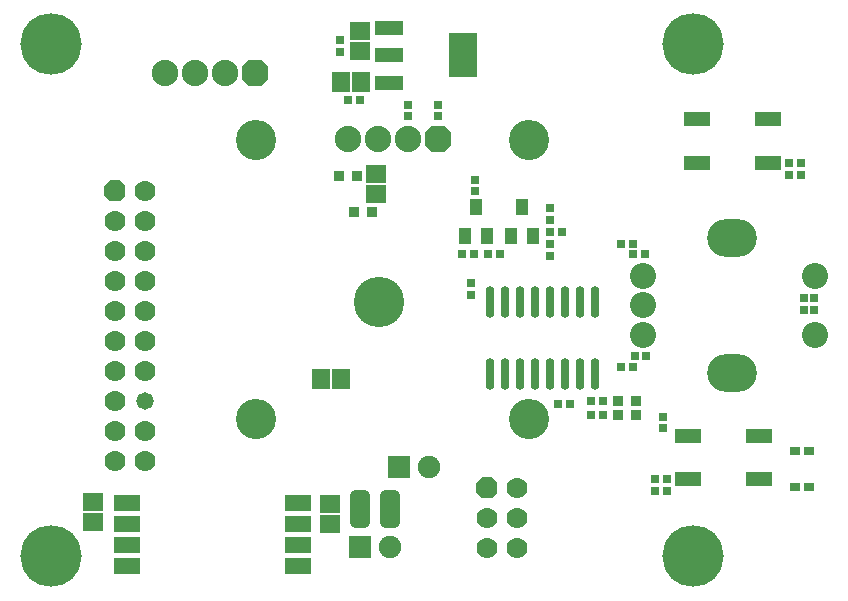
<source format=gts>
G04*
G04 #@! TF.GenerationSoftware,Altium Limited,Altium Designer,24.3.1 (35)*
G04*
G04 Layer_Color=8388736*
%FSLAX44Y44*%
%MOMM*%
G71*
G04*
G04 #@! TF.SameCoordinates,F933E494-0B61-492B-8715-CC6E50B89988*
G04*
G04*
G04 #@! TF.FilePolarity,Negative*
G04*
G01*
G75*
%ADD32R,2.2032X1.2032*%
%ADD33R,0.7032X0.8032*%
%ADD34R,2.3532X3.7032*%
%ADD35R,2.3532X1.3032*%
%ADD36R,2.3532X1.3032*%
%ADD37R,1.7032X1.5032*%
%ADD38R,1.5032X1.7032*%
%ADD39R,0.8032X0.7032*%
%ADD40R,0.9652X0.9652*%
%ADD41R,1.0032X1.4032*%
%ADD42O,0.7532X2.7032*%
%ADD43R,0.8382X0.7112*%
G04:AMPARAMS|DCode=44|XSize=3.2032mm|YSize=1.7272mm|CornerRadius=0.4826mm|HoleSize=0mm|Usage=FLASHONLY|Rotation=90.000|XOffset=0mm|YOffset=0mm|HoleType=Round|Shape=RoundedRectangle|*
%AMROUNDEDRECTD44*
21,1,3.2032,0.7620,0,0,90.0*
21,1,2.2380,1.7272,0,0,90.0*
1,1,0.9652,0.3810,1.1190*
1,1,0.9652,0.3810,-1.1190*
1,1,0.9652,-0.3810,-1.1190*
1,1,0.9652,-0.3810,1.1190*
%
%ADD44ROUNDEDRECTD44*%
%ADD45R,2.2352X1.4732*%
G04:AMPARAMS|DCode=46|XSize=2.2352mm|YSize=2.2352mm|CornerRadius=0mm|HoleSize=0mm|Usage=FLASHONLY|Rotation=180.000|XOffset=0mm|YOffset=0mm|HoleType=Round|Shape=Octagon|*
%AMOCTAGOND46*
4,1,8,-1.1176,0.5588,-1.1176,-0.5588,-0.5588,-1.1176,0.5588,-1.1176,1.1176,-0.5588,1.1176,0.5588,0.5588,1.1176,-0.5588,1.1176,-1.1176,0.5588,0.0*
%
%ADD46OCTAGOND46*%

%ADD47C,2.2352*%
%ADD48C,1.7780*%
%ADD49C,1.4732*%
G04:AMPARAMS|DCode=50|XSize=1.778mm|YSize=1.778mm|CornerRadius=0mm|HoleSize=0mm|Usage=FLASHONLY|Rotation=270.000|XOffset=0mm|YOffset=0mm|HoleType=Round|Shape=Octagon|*
%AMOCTAGOND50*
4,1,8,-0.4445,-0.8890,0.4445,-0.8890,0.8890,-0.4445,0.8890,0.4445,0.4445,0.8890,-0.4445,0.8890,-0.8890,0.4445,-0.8890,-0.4445,-0.4445,-0.8890,0.0*
%
%ADD50OCTAGOND50*%

%ADD51O,4.2032X3.2032*%
%ADD52C,2.2032*%
%ADD53C,4.2672*%
%ADD54C,1.9032*%
%ADD55R,1.9032X1.9032*%
%ADD56C,3.4032*%
%ADD57C,5.2032*%
D32*
X607060Y332740D02*
D03*
Y369740D02*
D03*
X547060D02*
D03*
Y332740D02*
D03*
X599750Y64770D02*
D03*
Y101770D02*
D03*
X539750D02*
D03*
Y64770D02*
D03*
D33*
X327660Y372110D02*
D03*
Y382110D02*
D03*
X302260Y372110D02*
D03*
Y382110D02*
D03*
X245110Y436800D02*
D03*
Y426800D02*
D03*
X646430Y208360D02*
D03*
Y218360D02*
D03*
X637540Y218360D02*
D03*
Y208360D02*
D03*
X359410Y308610D02*
D03*
Y318610D02*
D03*
X355600Y231060D02*
D03*
Y221060D02*
D03*
X422910Y294640D02*
D03*
Y284640D02*
D03*
Y254160D02*
D03*
Y264160D02*
D03*
X521970Y64770D02*
D03*
Y54770D02*
D03*
X511810D02*
D03*
Y64770D02*
D03*
X518160Y117950D02*
D03*
Y107950D02*
D03*
D34*
X348500Y423840D02*
D03*
D35*
X286500Y400840D02*
D03*
Y446840D02*
D03*
D36*
Y423840D02*
D03*
D37*
X261620Y444110D02*
D03*
Y427110D02*
D03*
X275590Y323460D02*
D03*
Y306460D02*
D03*
X236220Y27060D02*
D03*
Y44060D02*
D03*
X35560Y45330D02*
D03*
Y28330D02*
D03*
D38*
X245500Y401320D02*
D03*
X262500D02*
D03*
X245990Y149860D02*
D03*
X228990D02*
D03*
D39*
X251540Y386080D02*
D03*
X261540D02*
D03*
X634920Y332740D02*
D03*
X624920D02*
D03*
X624920Y322580D02*
D03*
X634920D02*
D03*
X370028Y255632D02*
D03*
X380028D02*
D03*
X358140Y255270D02*
D03*
X348140D02*
D03*
X422910Y274320D02*
D03*
X432910D02*
D03*
X482680Y264160D02*
D03*
X492680D02*
D03*
X492840Y255270D02*
D03*
X502840D02*
D03*
X494110Y168910D02*
D03*
X504110D02*
D03*
X482680Y160020D02*
D03*
X492680D02*
D03*
X457360Y130810D02*
D03*
X467360D02*
D03*
X457360Y119380D02*
D03*
X467360D02*
D03*
X429340Y128270D02*
D03*
X439340D02*
D03*
D40*
X259080Y321310D02*
D03*
X243840D02*
D03*
X271780Y290830D02*
D03*
X256540D02*
D03*
X495460Y130810D02*
D03*
X480220D02*
D03*
X495300Y119380D02*
D03*
X480060D02*
D03*
D41*
X350400Y271244D02*
D03*
X369400D02*
D03*
X359900Y295244D02*
D03*
X389480Y271244D02*
D03*
X408480D02*
D03*
X398980Y295244D02*
D03*
D42*
X461010Y214750D02*
D03*
X448310D02*
D03*
X435610D02*
D03*
X422910D02*
D03*
X410210D02*
D03*
X397510D02*
D03*
X384810D02*
D03*
X372110D02*
D03*
X461010Y153804D02*
D03*
X448310D02*
D03*
X435610D02*
D03*
X422910D02*
D03*
X410210D02*
D03*
X397510D02*
D03*
X384810D02*
D03*
X372110D02*
D03*
D43*
X629920Y88900D02*
D03*
X641920D02*
D03*
X629920Y58420D02*
D03*
X641920D02*
D03*
D44*
X287020Y39370D02*
D03*
X261620D02*
D03*
D45*
X209550Y8890D02*
D03*
Y-8890D02*
D03*
Y26670D02*
D03*
Y44450D02*
D03*
X64770Y8890D02*
D03*
Y44450D02*
D03*
Y26670D02*
D03*
Y-8890D02*
D03*
D46*
X172720Y408940D02*
D03*
X327660Y353060D02*
D03*
D47*
X147320Y408940D02*
D03*
X121920D02*
D03*
X96520D02*
D03*
X302260Y353060D02*
D03*
X276860D02*
D03*
X251460D02*
D03*
D48*
X80010Y80010D02*
D03*
X54610D02*
D03*
X80010Y105410D02*
D03*
X54610D02*
D03*
Y130810D02*
D03*
X80010Y156210D02*
D03*
X54610D02*
D03*
X80010Y181610D02*
D03*
X54610D02*
D03*
X80010Y207010D02*
D03*
X54610D02*
D03*
X80010Y232410D02*
D03*
X54610D02*
D03*
X80010Y257810D02*
D03*
X54610D02*
D03*
X80010Y283210D02*
D03*
X54610D02*
D03*
X80010Y308610D02*
D03*
X394970Y57150D02*
D03*
X369570Y31750D02*
D03*
X394970D02*
D03*
X369570Y6350D02*
D03*
X394970D02*
D03*
D49*
X80010Y130810D02*
D03*
D50*
X54610Y308610D02*
D03*
X369570Y57150D02*
D03*
D51*
X576580Y155090D02*
D03*
Y269090D02*
D03*
D52*
X501580Y187090D02*
D03*
X646580D02*
D03*
Y237090D02*
D03*
X501580Y212090D02*
D03*
Y237090D02*
D03*
D53*
X278130Y214630D02*
D03*
D54*
X320040Y74930D02*
D03*
X287020Y7620D02*
D03*
D55*
X294640Y74930D02*
D03*
X261620Y7620D02*
D03*
D56*
X405130Y115570D02*
D03*
X173990D02*
D03*
X405130Y351790D02*
D03*
X173990D02*
D03*
D57*
X0Y0D02*
D03*
Y433070D02*
D03*
X543560D02*
D03*
Y0D02*
D03*
M02*

</source>
